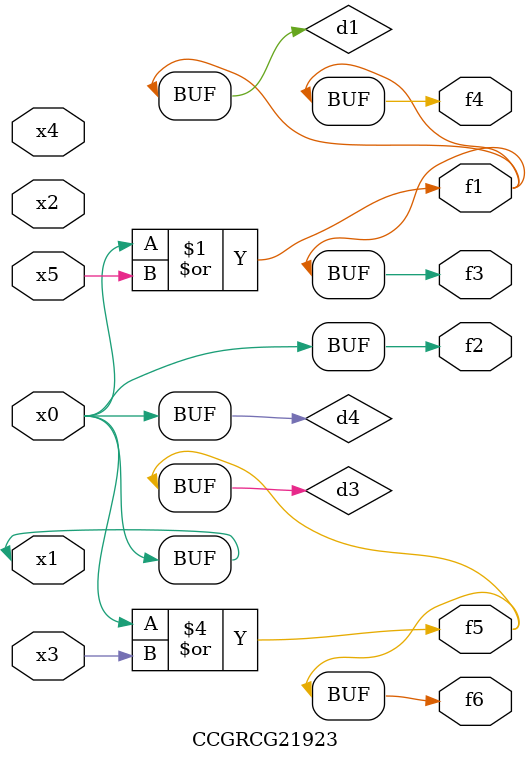
<source format=v>
module CCGRCG21923(
	input x0, x1, x2, x3, x4, x5,
	output f1, f2, f3, f4, f5, f6
);

	wire d1, d2, d3, d4;

	or (d1, x0, x5);
	xnor (d2, x1, x4);
	or (d3, x0, x3);
	buf (d4, x0, x1);
	assign f1 = d1;
	assign f2 = d4;
	assign f3 = d1;
	assign f4 = d1;
	assign f5 = d3;
	assign f6 = d3;
endmodule

</source>
